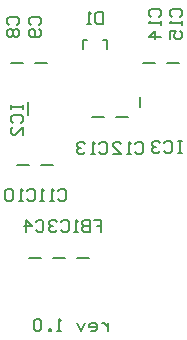
<source format=gbo>
G04*
G04 #@! TF.GenerationSoftware,Altium Limited,Altium Designer,22.5.1 (42)*
G04*
G04 Layer_Color=32896*
%FSLAX44Y44*%
%MOMM*%
G71*
G04*
G04 #@! TF.SameCoordinates,DFEE975E-FB4D-4F5B-BE5F-A39223BB333C*
G04*
G04*
G04 #@! TF.FilePolarity,Positive*
G04*
G01*
G75*
%ADD10C,0.2000*%
%ADD11C,0.1520*%
%ADD12C,0.1524*%
D10*
X139600Y275360D02*
Y283360D01*
X44880Y267910D02*
Y279410D01*
X86440Y147320D02*
X96440D01*
X111600Y324120D02*
Y331120D01*
Y331370D01*
X108100D02*
X111600D01*
X91600D02*
X95100D01*
X91600Y324120D02*
Y331370D01*
X162640Y312420D02*
X172640D01*
X142320Y312420D02*
X152320D01*
X99140Y266700D02*
X109140D01*
X119460Y266700D02*
X129460D01*
X55960Y226060D02*
X65960D01*
X35640Y226060D02*
X45640D01*
X50880Y312420D02*
X60880D01*
X30560Y312420D02*
X40560D01*
X45800Y147320D02*
X55800D01*
X66120Y147320D02*
X76120D01*
D11*
X112780Y92004D02*
Y85340D01*
Y88672D01*
X111114Y90338D01*
X109448Y92004D01*
X107782D01*
X97785Y85340D02*
X101117D01*
X102783Y87006D01*
Y90338D01*
X101117Y92004D01*
X97785D01*
X96119Y90338D01*
Y88672D01*
X102783D01*
X92787Y92004D02*
X89454Y85340D01*
X86122Y92004D01*
X72793Y85340D02*
X69461D01*
X71127D01*
Y95337D01*
X72793Y93671D01*
X64462Y85340D02*
Y87006D01*
X62796D01*
Y85340D01*
X64462D01*
X56132Y93671D02*
X54465Y95337D01*
X51133D01*
X49467Y93671D01*
Y87006D01*
X51133Y85340D01*
X54465D01*
X56132Y87006D01*
Y93671D01*
D12*
X175056Y246298D02*
X171724D01*
X173390D01*
Y236302D01*
X175056D01*
X171724D01*
X160061Y244632D02*
X161727Y246298D01*
X165059D01*
X166725Y244632D01*
Y237968D01*
X165059Y236302D01*
X161727D01*
X160061Y237968D01*
X156728Y244632D02*
X155062Y246298D01*
X151730D01*
X150064Y244632D01*
Y242966D01*
X151730Y241300D01*
X153396D01*
X151730D01*
X150064Y239634D01*
Y237968D01*
X151730Y236302D01*
X155062D01*
X156728Y237968D01*
X30562Y276656D02*
Y273324D01*
Y274990D01*
X40558D01*
Y276656D01*
Y273324D01*
X32228Y261661D02*
X30562Y263327D01*
Y266659D01*
X32228Y268325D01*
X38892D01*
X40558Y266659D01*
Y263327D01*
X38892Y261661D01*
X40558Y251664D02*
Y258329D01*
X33894Y251664D01*
X32228D01*
X30562Y253330D01*
Y256662D01*
X32228Y258329D01*
X100248Y178988D02*
X106913D01*
Y173990D01*
X103581D01*
X106913D01*
Y168992D01*
X96916Y178988D02*
Y168992D01*
X91918D01*
X90252Y170658D01*
Y172324D01*
X91918Y173990D01*
X96916D01*
X91918D01*
X90252Y175656D01*
Y177322D01*
X91918Y178988D01*
X96916D01*
X86919Y168992D02*
X83587D01*
X85253D01*
Y178988D01*
X86919Y177322D01*
X108265Y355518D02*
Y345522D01*
X103266D01*
X101600Y347188D01*
Y353852D01*
X103266Y355518D01*
X108265D01*
X98268Y345522D02*
X94936D01*
X96602D01*
Y355518D01*
X98268Y353852D01*
X166848Y351272D02*
X165182Y352938D01*
Y356270D01*
X166848Y357936D01*
X173512D01*
X175178Y356270D01*
Y352938D01*
X173512Y351272D01*
X175178Y347939D02*
Y344607D01*
Y346273D01*
X165182D01*
X166848Y347939D01*
X165182Y332944D02*
Y339609D01*
X170180D01*
X168514Y336276D01*
Y334610D01*
X170180Y332944D01*
X173512D01*
X175178Y334610D01*
Y337942D01*
X173512Y339609D01*
X149068Y351272D02*
X147402Y352938D01*
Y356270D01*
X149068Y357936D01*
X155732D01*
X157398Y356270D01*
Y352938D01*
X155732Y351272D01*
X157398Y347939D02*
Y344607D01*
Y346273D01*
X147402D01*
X149068Y347939D01*
X157398Y334610D02*
X147402D01*
X152400Y339609D01*
Y332944D01*
X104892Y243362D02*
X106558Y245028D01*
X109890D01*
X111556Y243362D01*
Y236698D01*
X109890Y235032D01*
X106558D01*
X104892Y236698D01*
X101559Y235032D02*
X98227D01*
X99893D01*
Y245028D01*
X101559Y243362D01*
X93229D02*
X91562Y245028D01*
X88230D01*
X86564Y243362D01*
Y241696D01*
X88230Y240030D01*
X89896D01*
X88230D01*
X86564Y238364D01*
Y236698D01*
X88230Y235032D01*
X91562D01*
X93229Y236698D01*
X135372Y243362D02*
X137038Y245028D01*
X140370D01*
X142036Y243362D01*
Y236698D01*
X140370Y235032D01*
X137038D01*
X135372Y236698D01*
X132039Y235032D02*
X128707D01*
X130373D01*
Y245028D01*
X132039Y243362D01*
X117044Y235032D02*
X123708D01*
X117044Y241696D01*
Y243362D01*
X118710Y245028D01*
X122042D01*
X123708Y243362D01*
X70205Y203992D02*
X71871Y205658D01*
X75204D01*
X76870Y203992D01*
Y197328D01*
X75204Y195662D01*
X71871D01*
X70205Y197328D01*
X66873Y195662D02*
X63541D01*
X65207D01*
Y205658D01*
X66873Y203992D01*
X58542Y195662D02*
X55210D01*
X56876D01*
Y205658D01*
X58542Y203992D01*
X43931D02*
X45598Y205658D01*
X48930D01*
X50596Y203992D01*
Y197328D01*
X48930Y195662D01*
X45598D01*
X43931Y197328D01*
X40599Y195662D02*
X37267D01*
X38933D01*
Y205658D01*
X40599Y203992D01*
X32269D02*
X30602Y205658D01*
X27270D01*
X25604Y203992D01*
Y197328D01*
X27270Y195662D01*
X30602D01*
X32269Y197328D01*
Y203992D01*
X47468Y344566D02*
X45802Y346232D01*
Y349565D01*
X47468Y351231D01*
X54132D01*
X55798Y349565D01*
Y346232D01*
X54132Y344566D01*
Y341234D02*
X55798Y339568D01*
Y336236D01*
X54132Y334569D01*
X47468D01*
X45802Y336236D01*
Y339568D01*
X47468Y341234D01*
X49134D01*
X50800Y339568D01*
Y334569D01*
X28418Y344566D02*
X26752Y346232D01*
Y349565D01*
X28418Y351231D01*
X35082D01*
X36748Y349565D01*
Y346232D01*
X35082Y344566D01*
X28418Y341234D02*
X26752Y339568D01*
Y336236D01*
X28418Y334569D01*
X30084D01*
X31750Y336236D01*
X33416Y334569D01*
X35082D01*
X36748Y336236D01*
Y339568D01*
X35082Y341234D01*
X33416D01*
X31750Y339568D01*
X30084Y341234D01*
X28418D01*
X31750Y339568D02*
Y336236D01*
X51196Y177322D02*
X52862Y178988D01*
X56195D01*
X57861Y177322D01*
Y170658D01*
X56195Y168992D01*
X52862D01*
X51196Y170658D01*
X42866Y168992D02*
Y178988D01*
X47864Y173990D01*
X41199D01*
X72786Y177322D02*
X74452Y178988D01*
X77785D01*
X79451Y177322D01*
Y170658D01*
X77785Y168992D01*
X74452D01*
X72786Y170658D01*
X69454Y177322D02*
X67788Y178988D01*
X64455D01*
X62789Y177322D01*
Y175656D01*
X64455Y173990D01*
X66122D01*
X64455D01*
X62789Y172324D01*
Y170658D01*
X64455Y168992D01*
X67788D01*
X69454Y170658D01*
M02*

</source>
